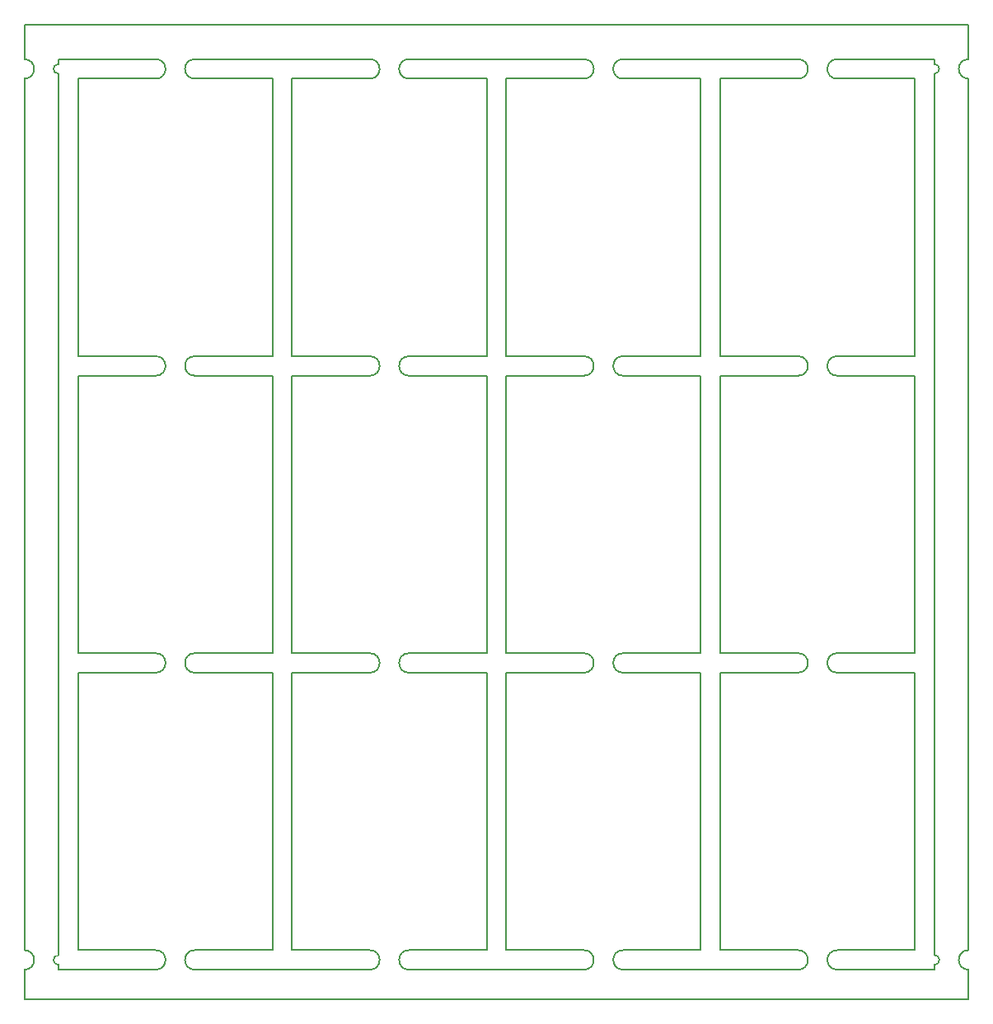
<source format=gm1>
%TF.GenerationSoftware,KiCad,Pcbnew,4.0.7*%
%TF.CreationDate,2018-10-20T21:32:18+02:00*%
%TF.ProjectId,RFID_board_PANNEL,524649445F626F6172645F50414E4E45,rev?*%
%TF.FileFunction,Profile,NP*%
%FSLAX46Y46*%
G04 Gerber Fmt 4.6, Leading zero omitted, Abs format (unit mm)*
G04 Created by KiCad (PCBNEW 4.0.7) date 2018 October 20, Saturday 21:32:18*
%MOMM*%
%LPD*%
G01*
G04 APERTURE LIST*
%ADD10C,0.100000*%
%ADD11C,0.150000*%
G04 APERTURE END LIST*
D10*
D11*
X148500000Y-20000000D02*
X148500000Y-16500000D01*
X148500000Y-20000000D02*
G75*
G02X148500000Y-22000000I0J-1000000D01*
G01*
X152000000Y-21500000D02*
G75*
G02X152000000Y-20500000I0J500000D01*
G01*
X152000000Y-20500000D02*
X152000000Y-20000000D01*
X245500000Y-113500000D02*
G75*
G02X245500000Y-111500000I0J1000000D01*
G01*
X242000000Y-112000000D02*
G75*
G02X242000000Y-113000000I0J-500000D01*
G01*
X242000000Y-113000000D02*
X242000000Y-113500000D01*
X245500000Y-113500000D02*
X245500000Y-116500000D01*
X245500000Y-20000000D02*
G75*
G03X245500000Y-22000000I0J-1000000D01*
G01*
X245500000Y-20000000D02*
X245500000Y-16500000D01*
X242000000Y-21500000D02*
G75*
G03X242000000Y-20500000I0J500000D01*
G01*
X242000000Y-20500000D02*
X242000000Y-20000000D01*
X152000000Y-113000000D02*
X152000000Y-113500000D01*
X152000000Y-112000000D02*
G75*
G03X152000000Y-113000000I0J-500000D01*
G01*
X148500000Y-113500000D02*
X148500000Y-116500000D01*
X148500000Y-113500000D02*
G75*
G03X148500000Y-111500000I0J1000000D01*
G01*
X242000000Y-20000000D02*
X232000000Y-20000000D01*
X242000000Y-112000000D02*
X242000000Y-21500000D01*
X232000000Y-113500000D02*
X242000000Y-113500000D01*
X148500000Y-22000000D02*
X148500000Y-111500000D01*
X245500000Y-16500000D02*
X148500000Y-16500000D01*
X245500000Y-111500000D02*
X245500000Y-22000000D01*
X148500000Y-116500000D02*
X245500000Y-116500000D01*
X210000000Y-20000000D02*
X228000000Y-20000000D01*
X210000000Y-113500000D02*
X228000000Y-113500000D01*
X228000000Y-52500000D02*
G75*
G03X228000000Y-50500000I0J1000000D01*
G01*
X228000000Y-52500000D02*
X220000000Y-52500000D01*
X232000000Y-50500000D02*
G75*
G03X232000000Y-52500000I0J-1000000D01*
G01*
X240000000Y-50500000D02*
X232000000Y-50500000D01*
X240000000Y-52500000D02*
X232000000Y-52500000D01*
X228000000Y-50500000D02*
X220000000Y-50500000D01*
X232000000Y-20000000D02*
G75*
G03X232000000Y-22000000I0J-1000000D01*
G01*
X228000000Y-22000000D02*
G75*
G03X228000000Y-20000000I0J1000000D01*
G01*
X240000000Y-22000000D02*
X232000000Y-22000000D01*
X240000000Y-50500000D02*
X240000000Y-22000000D01*
X220000000Y-22000000D02*
X220000000Y-50500000D01*
X228000000Y-22000000D02*
X220000000Y-22000000D01*
X220000000Y-83000000D02*
X220000000Y-111500000D01*
X228000000Y-113500000D02*
G75*
G03X228000000Y-111500000I0J1000000D01*
G01*
X240000000Y-111500000D02*
X240000000Y-83000000D01*
X228000000Y-111500000D02*
X220000000Y-111500000D01*
X240000000Y-111500000D02*
X232000000Y-111500000D01*
X232000000Y-111500000D02*
G75*
G03X232000000Y-113500000I0J-1000000D01*
G01*
X240000000Y-81000000D02*
X240000000Y-52500000D01*
X228000000Y-81000000D02*
X220000000Y-81000000D01*
X240000000Y-81000000D02*
X232000000Y-81000000D01*
X228000000Y-83000000D02*
X220000000Y-83000000D01*
X232000000Y-81000000D02*
G75*
G03X232000000Y-83000000I0J-1000000D01*
G01*
X240000000Y-83000000D02*
X232000000Y-83000000D01*
X228000000Y-83000000D02*
G75*
G03X228000000Y-81000000I0J1000000D01*
G01*
X220000000Y-52500000D02*
X220000000Y-81000000D01*
X188000000Y-20000000D02*
X206000000Y-20000000D01*
X188000000Y-113500000D02*
X206000000Y-113500000D01*
X206000000Y-52500000D02*
G75*
G03X206000000Y-50500000I0J1000000D01*
G01*
X206000000Y-52500000D02*
X198000000Y-52500000D01*
X210000000Y-50500000D02*
G75*
G03X210000000Y-52500000I0J-1000000D01*
G01*
X218000000Y-50500000D02*
X210000000Y-50500000D01*
X218000000Y-52500000D02*
X210000000Y-52500000D01*
X206000000Y-50500000D02*
X198000000Y-50500000D01*
X210000000Y-20000000D02*
G75*
G03X210000000Y-22000000I0J-1000000D01*
G01*
X206000000Y-22000000D02*
G75*
G03X206000000Y-20000000I0J1000000D01*
G01*
X218000000Y-22000000D02*
X210000000Y-22000000D01*
X218000000Y-50500000D02*
X218000000Y-22000000D01*
X198000000Y-22000000D02*
X198000000Y-50500000D01*
X206000000Y-22000000D02*
X198000000Y-22000000D01*
X198000000Y-83000000D02*
X198000000Y-111500000D01*
X206000000Y-113500000D02*
G75*
G03X206000000Y-111500000I0J1000000D01*
G01*
X218000000Y-111500000D02*
X218000000Y-83000000D01*
X206000000Y-111500000D02*
X198000000Y-111500000D01*
X218000000Y-111500000D02*
X210000000Y-111500000D01*
X210000000Y-111500000D02*
G75*
G03X210000000Y-113500000I0J-1000000D01*
G01*
X218000000Y-81000000D02*
X218000000Y-52500000D01*
X206000000Y-81000000D02*
X198000000Y-81000000D01*
X218000000Y-81000000D02*
X210000000Y-81000000D01*
X206000000Y-83000000D02*
X198000000Y-83000000D01*
X210000000Y-81000000D02*
G75*
G03X210000000Y-83000000I0J-1000000D01*
G01*
X218000000Y-83000000D02*
X210000000Y-83000000D01*
X206000000Y-83000000D02*
G75*
G03X206000000Y-81000000I0J1000000D01*
G01*
X198000000Y-52500000D02*
X198000000Y-81000000D01*
X166000000Y-113500000D02*
X184000000Y-113500000D01*
X166000000Y-20000000D02*
X184000000Y-20000000D01*
X184000000Y-113500000D02*
G75*
G03X184000000Y-111500000I0J1000000D01*
G01*
X188000000Y-111500000D02*
G75*
G03X188000000Y-113500000I0J-1000000D01*
G01*
X166000000Y-111500000D02*
G75*
G03X166000000Y-113500000I0J-1000000D01*
G01*
X162000000Y-113500000D02*
G75*
G03X162000000Y-111500000I0J1000000D01*
G01*
X152000000Y-113500000D02*
X162000000Y-113500000D01*
X152000000Y-21500000D02*
X152000000Y-112000000D01*
X162000000Y-20000000D02*
X152000000Y-20000000D01*
X184000000Y-111500000D02*
X176000000Y-111500000D01*
X196000000Y-111500000D02*
X188000000Y-111500000D01*
X196000000Y-111500000D02*
X196000000Y-83000000D01*
X176000000Y-83000000D02*
X176000000Y-111500000D01*
X196000000Y-52500000D02*
X188000000Y-52500000D01*
X196000000Y-81000000D02*
X188000000Y-81000000D01*
X184000000Y-81000000D02*
X176000000Y-81000000D01*
X188000000Y-50500000D02*
G75*
G03X188000000Y-52500000I0J-1000000D01*
G01*
X184000000Y-52500000D02*
X176000000Y-52500000D01*
X184000000Y-52500000D02*
G75*
G03X184000000Y-50500000I0J1000000D01*
G01*
X196000000Y-81000000D02*
X196000000Y-52500000D01*
X176000000Y-52500000D02*
X176000000Y-81000000D01*
X184000000Y-50500000D02*
X176000000Y-50500000D01*
X188000000Y-20000000D02*
G75*
G03X188000000Y-22000000I0J-1000000D01*
G01*
X184000000Y-22000000D02*
X176000000Y-22000000D01*
X184000000Y-22000000D02*
G75*
G03X184000000Y-20000000I0J1000000D01*
G01*
X176000000Y-22000000D02*
X176000000Y-50500000D01*
X196000000Y-22000000D02*
X188000000Y-22000000D01*
X196000000Y-50500000D02*
X196000000Y-22000000D01*
X196000000Y-50500000D02*
X188000000Y-50500000D01*
X184000000Y-83000000D02*
X176000000Y-83000000D01*
X188000000Y-81000000D02*
G75*
G03X188000000Y-83000000I0J-1000000D01*
G01*
X196000000Y-83000000D02*
X188000000Y-83000000D01*
X184000000Y-83000000D02*
G75*
G03X184000000Y-81000000I0J1000000D01*
G01*
X174000000Y-50500000D02*
X174000000Y-22000000D01*
X162000000Y-22000000D02*
X154000000Y-22000000D01*
X154000000Y-22000000D02*
X154000000Y-50500000D01*
X174000000Y-22000000D02*
X166000000Y-22000000D01*
X166000000Y-20000000D02*
G75*
G03X166000000Y-22000000I0J-1000000D01*
G01*
X162000000Y-22000000D02*
G75*
G03X162000000Y-20000000I0J1000000D01*
G01*
X162000000Y-50500000D02*
X154000000Y-50500000D01*
X174000000Y-50500000D02*
X166000000Y-50500000D01*
X174000000Y-111500000D02*
X166000000Y-111500000D01*
X162000000Y-111500000D02*
X154000000Y-111500000D01*
X162000000Y-83000000D02*
G75*
G03X162000000Y-81000000I0J1000000D01*
G01*
X166000000Y-81000000D02*
G75*
G03X166000000Y-83000000I0J-1000000D01*
G01*
X174000000Y-83000000D02*
X166000000Y-83000000D01*
X154000000Y-83000000D02*
X154000000Y-111500000D01*
X162000000Y-83000000D02*
X154000000Y-83000000D01*
X174000000Y-111500000D02*
X174000000Y-83000000D01*
X174000000Y-81000000D02*
X166000000Y-81000000D01*
X162000000Y-81000000D02*
X154000000Y-81000000D01*
X162000000Y-52500000D02*
G75*
G03X162000000Y-50500000I0J1000000D01*
G01*
X166000000Y-50500000D02*
G75*
G03X166000000Y-52500000I0J-1000000D01*
G01*
X174000000Y-52500000D02*
X166000000Y-52500000D01*
X154000000Y-52500000D02*
X154000000Y-81000000D01*
X162000000Y-52500000D02*
X154000000Y-52500000D01*
X174000000Y-81000000D02*
X174000000Y-52500000D01*
M02*

</source>
